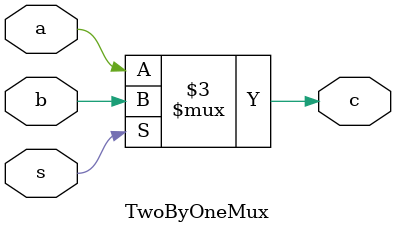
<source format=v>
`timescale 1ns / 1ps


module TwoByOneMux(input a, b, s, output reg c);
always@(*) begin 
if(s) c=b;
else c=a;
end 
endmodule
</source>
